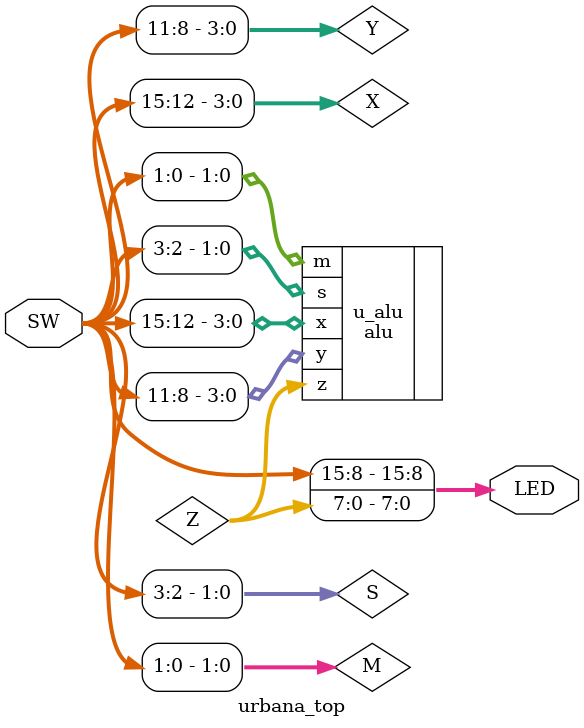
<source format=sv>
module urbana_top (
    output logic [15:0] LED,
    input  logic [15:0] SW
);
    
    logic [3:0] X, Y;
    logic [1:0] M, S;
    logic [7:0] Z;

    // Input X
    assign LED[15] = SW[15];
    assign X[3] = SW[15];
    
    assign LED[14] = SW[14];
    assign X[2] = SW[14];
    
    assign LED[13] = SW[13];
    assign X[1] = SW[13];
    
    assign LED[12] = SW[12];
    assign X[0] = SW[12];    
    
    // Input Y
    assign LED[11] = SW[11];
    assign Y[3] = SW[11];
    
    assign LED[10] = SW[10];
    assign Y[2] = SW[10];
    
    assign LED[9] = SW[9];
    assign Y[1] = SW[9];
    
    assign LED[8] = SW[8];
    assign Y[0] = SW[8];
    
    // Control M and S
    assign M[1] = SW[1];
    assign M[0] = SW[0];
    
    assign S[1] = SW[3];
    assign S[0] = SW[2];
    
    alu u_alu (
        .x(X),
        .y(Y),
        .m(M),
        .s(S),
        .z(Z)
    );
    
    assign LED[7:0] = Z[7:0];

endmodule
</source>
